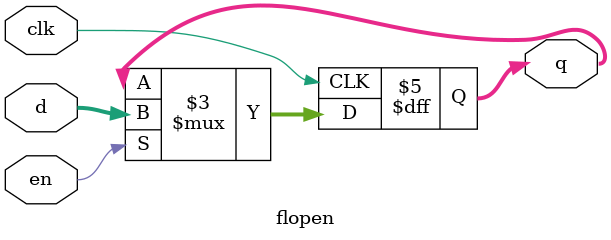
<source format=sv>

module flopen #(parameter WIDTH = 8) (
  input  logic             clk, en,
  input  logic [WIDTH-1:0] d, 
  output logic [WIDTH-1:0] q);

  always_ff @(posedge clk)
    if (en) q <= #1 d;
    else q <= q;
endmodule


</source>
